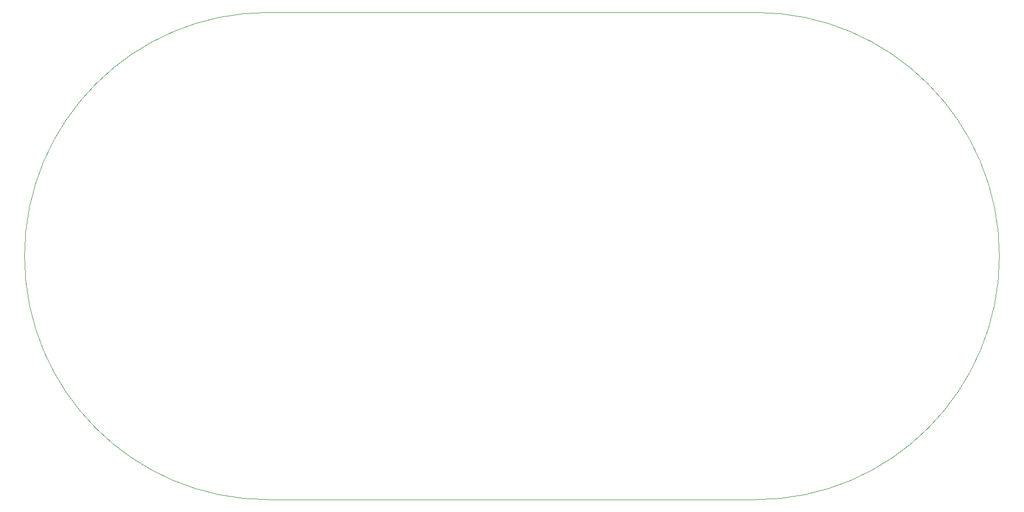
<source format=gbr>
%TF.GenerationSoftware,KiCad,Pcbnew,8.0.3*%
%TF.CreationDate,2024-07-11T22:05:08+03:00*%
%TF.ProjectId,main,6d61696e-2e6b-4696-9361-645f70636258,rev?*%
%TF.SameCoordinates,Original*%
%TF.FileFunction,Profile,NP*%
%FSLAX46Y46*%
G04 Gerber Fmt 4.6, Leading zero omitted, Abs format (unit mm)*
G04 Created by KiCad (PCBNEW 8.0.3) date 2024-07-11 22:05:08*
%MOMM*%
%LPD*%
G01*
G04 APERTURE LIST*
%TA.AperFunction,Profile*%
%ADD10C,0.050000*%
%TD*%
G04 APERTURE END LIST*
D10*
X102870000Y-123180000D02*
X182870000Y-123180000D01*
X102870000Y-43180000D02*
X182870000Y-43180000D01*
X102870000Y-123180000D02*
G75*
G02*
X102870000Y-43180000I0J40000000D01*
G01*
X182870000Y-43180000D02*
G75*
G02*
X182870000Y-123180000I0J-40000000D01*
G01*
M02*

</source>
